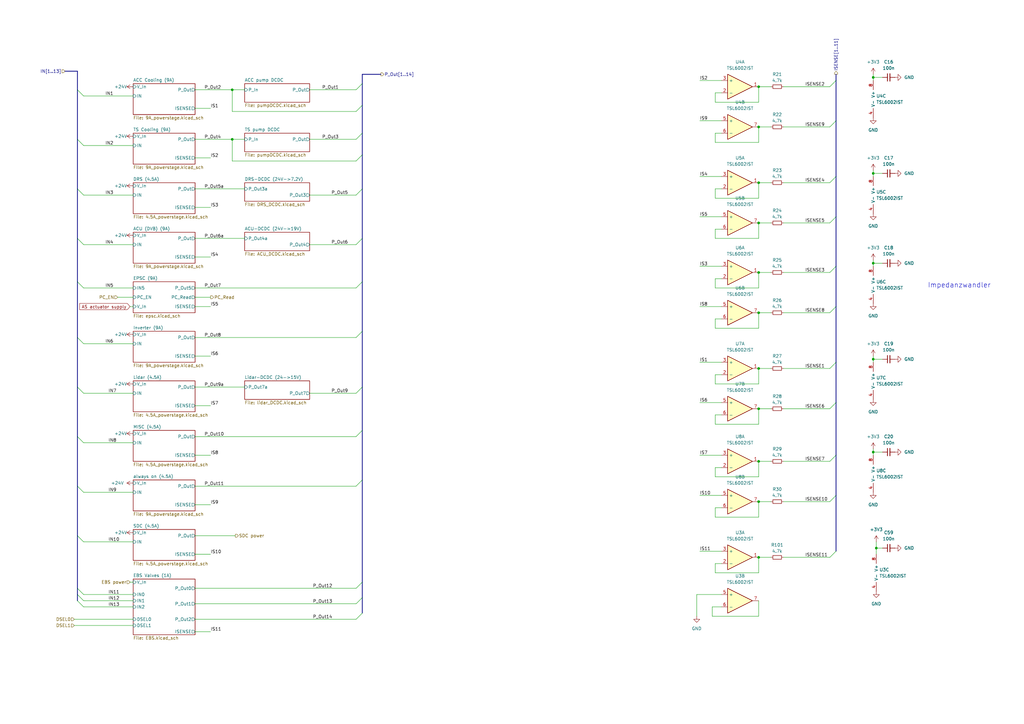
<source format=kicad_sch>
(kicad_sch (version 20231120) (generator "eeschema") (generator_version "8.0")
  (paper "A3")
  (title_block (title "PDU FT25") (date "2025-01-15") (rev "V1.2") (company "Janek Herm") (comment 1 "FaSTTUBe Electronics"))
  (lib_symbols
    (symbol "Device:C_Small" (pin_numbers hide) (pin_names (offset 0.254) hide)
      (property "Reference" "C" (at 0.254 1.778 0))
      (property "Value" "C_Small" (at 0.254 -2.032 0))
      (symbol "C_Small_0_1"
        (polyline (pts (xy -1.524 -0.508) (xy 1.524 -0.508)) (stroke (width 0.3302)))
        (polyline (pts (xy -1.524 0.508) (xy 1.524 0.508)) (stroke (width 0.3048)))
      )
      (symbol "C_Small_1_1"
        (pin passive line (at 0 2.54 270) (length 2.032) (name "~") (number "1"))
        (pin passive line (at 0 -2.54 90) (length 2.032) (name "~") (number "2"))
      )
    )
    (symbol "Device:Opamp_Dual"
      (property "Reference" "U" (at 0 5.08 0))
      (property "Value" "Opamp_Dual" (at 0 -5.08 0))
      (symbol "Opamp_Dual_1_1"
        (polyline (pts (xy -5.08 5.08) (xy 5.08 0) (xy -5.08 -5.08) (xy -5.08 5.08)) (stroke (width 0.254)) (fill (type background)))
        (pin output line (at 7.62 0 180) (length 2.54) (name "~") (number "1"))
        (pin input line (at -7.62 -2.54 0) (length 2.54) (name "-") (number "2"))
        (pin input line (at -7.62 2.54 0) (length 2.54) (name "+") (number "3"))
      )
      (symbol "Opamp_Dual_2_1"
        (polyline (pts (xy -5.08 5.08) (xy 5.08 0) (xy -5.08 -5.08) (xy -5.08 5.08)) (stroke (width 0.254)) (fill (type background)))
        (pin input line (at -7.62 2.54 0) (length 2.54) (name "+") (number "5"))
        (pin input line (at -7.62 -2.54 0) (length 2.54) (name "-") (number "6"))
        (pin output line (at 7.62 0 180) (length 2.54) (name "~") (number "7"))
      )
      (symbol "Opamp_Dual_3_1"
        (pin power_in line (at -2.54 -7.62 90) (length 3.81) (name "V-") (number "4"))
        (pin power_in line (at -2.54 7.62 270) (length 3.81) (name "V+") (number "8"))
      )
    )
    (symbol "Device:R_Small" (pin_numbers hide) (pin_names (offset 0.254) hide)
      (property "Reference" "R" (at 0.762 0.508 0))
      (property "Value" "R_Small" (at 0.762 -1.016 0))
      (symbol "R_Small_0_1"
        (rectangle (start -0.762 1.778) (end 0.762 -1.778) (stroke (width 0.2032)))
      )
      (symbol "R_Small_1_1"
        (pin passive line (at 0 2.54 270) (length 0.762) (name "~") (number "1"))
        (pin passive line (at 0 -2.54 90) (length 0.762) (name "~") (number "2"))
      )
    )
    (symbol "power:+12V" (power) (pin_numbers hide) (pin_names (offset 0) hide)
      (property "Value" "+12V" (at 0 3.556 0))
      (symbol "+12V_0_1"
        (polyline (pts (xy -0.762 1.27) (xy 0 2.54)))
        (polyline (pts (xy 0 0) (xy 0 2.54)))
        (polyline (pts (xy 0 2.54) (xy 0.762 1.27)))
      )
      (symbol "+12V_1_1"
        (pin power_in line (at 0 0 90) (length 0) (name "~") (number "1"))
      )
    )
    (symbol "power:+24V" (power) (pin_numbers hide) (pin_names (offset 0) hide)
      (property "Value" "+24V" (at 0 3.556 0))
      (symbol "+24V_0_1"
        (polyline (pts (xy -0.762 1.27) (xy 0 2.54)))
        (polyline (pts (xy 0 0) (xy 0 2.54)))
        (polyline (pts (xy 0 2.54) (xy 0.762 1.27)))
      )
      (symbol "+24V_1_1"
        (pin power_in line (at 0 0 90) (length 0) (name "~") (number "1"))
      )
    )
    (symbol "power:+3.3V" (power) (pin_numbers hide) (pin_names (offset 0) hide)
      (property "Value" "+3.3V" (at 0 3.556 0))
      (symbol "+3.3V_0_1"
        (polyline (pts (xy -0.762 1.27) (xy 0 2.54)))
        (polyline (pts (xy 0 0) (xy 0 2.54)))
        (polyline (pts (xy 0 2.54) (xy 0.762 1.27)))
      )
      (symbol "+3.3V_1_1"
        (pin power_in line (at 0 0 90) (length 0) (name "~") (number "1"))
      )
    )
    (symbol "power:GND" (power) (pin_numbers hide) (pin_names (offset 0) hide)
      (property "Value" "GND" (at 0 -3.81 0))
      (symbol "GND_0_1"
        (polyline (pts (xy 0 0) (xy 0 -1.27) (xy 1.27 -1.27) (xy 0 -2.54) (xy -1.27 -1.27) (xy 0 -1.27)))
      )
      (symbol "GND_1_1"
        (pin power_in line (at 0 0 270) (length 0) (name "~") (number "1"))
      )
    )
  )
  (junction (at 311.15 111.76))
  (junction (at 358.14 71.12))
  (junction (at 358.14 31.75))
  (junction (at 358.14 185.42))
  (junction (at 311.15 128.27))
  (junction (at 95.25 36.83))
  (junction (at 95.25 57.15))
  (junction (at 311.15 52.07))
  (junction (at 311.15 205.74))
  (junction (at 311.15 228.6))
  (junction (at 359.41 224.79))
  (junction (at 311.15 151.13))
  (junction (at 311.15 91.44))
  (junction (at 311.15 35.56))
  (junction (at 358.14 147.32))
  (junction (at 358.14 107.95))
  (junction (at 311.15 74.93))
  (junction (at 311.15 189.23))
  (junction (at 311.15 167.64))
  (bus_entry (at 340.36 228.6) (size 2.54 -2.54))
  (bus_entry (at 31.75 199.39) (size 2.54 2.54))
  (bus_entry (at 34.29 80.01) (size -2.54 -2.54))
  (bus_entry (at 31.75 219.71) (size 2.54 2.54))
  (bus_entry (at 146.05 254) (size 2.54 -2.54))
  (bus_entry (at 34.29 140.97) (size -2.54 -2.54))
  (bus_entry (at 146.05 247.65) (size 2.54 -2.54))
  (bus_entry (at 340.36 151.13) (size 2.54 -2.54))
  (bus_entry (at 146.05 179.07) (size 2.54 -2.54))
  (bus_entry (at 340.36 189.23) (size 2.54 -2.54))
  (bus_entry (at 146.05 100.33) (size 2.54 -2.54))
  (bus_entry (at 146.05 199.39) (size 2.54 -2.54))
  (bus_entry (at 340.36 111.76) (size 2.54 -2.54))
  (bus_entry (at 340.36 205.74) (size 2.54 -2.54))
  (bus_entry (at 340.36 74.93) (size 2.54 -2.54))
  (bus_entry (at 34.29 118.11) (size -2.54 -2.54))
  (bus_entry (at 146.05 118.11) (size 2.54 -2.54))
  (bus_entry (at 340.36 52.07) (size 2.54 -2.54))
  (bus_entry (at 34.29 100.33) (size -2.54 -2.54))
  (bus_entry (at 146.05 57.15) (size 2.54 -2.54))
  (bus_entry (at 146.05 161.29) (size 2.54 -2.54))
  (bus_entry (at 146.05 66.04) (size 2.54 -2.54))
  (bus_entry (at 146.05 241.3) (size 2.54 -2.54))
  (bus_entry (at 340.36 167.64) (size 2.54 -2.54))
  (bus_entry (at 31.75 179.07) (size 2.54 2.54))
  (bus_entry (at 34.29 39.37) (size -2.54 -2.54))
  (bus_entry (at 146.05 80.01) (size 2.54 -2.54))
  (bus_entry (at 340.36 91.44) (size 2.54 -2.54))
  (bus_entry (at 31.75 243.84) (size 2.54 2.54))
  (bus_entry (at 31.75 246.38) (size 2.54 2.54))
  (bus_entry (at 31.75 241.3) (size 2.54 2.54))
  (bus_entry (at 146.05 45.72) (size 2.54 -2.54))
  (bus_entry (at 340.36 128.27) (size 2.54 -2.54))
  (bus_entry (at 340.36 35.56) (size 2.54 -2.54))
  (bus_entry (at 34.29 59.69) (size -2.54 -2.54))
  (bus_entry (at 146.05 138.43) (size 2.54 -2.54))
  (bus_entry (at 146.05 36.83) (size 2.54 -2.54))
  (bus_entry (at 31.75 158.75) (size 2.54 2.54))
  (wire (pts (xy 293.37 130.81) (xy 293.37 134.62)))
  (bus (pts (xy 342.9 88.9) (xy 342.9 109.22)))
  (wire (pts (xy 311.15 189.23) (xy 311.15 195.58)))
  (bus (pts (xy 342.9 125.73) (xy 342.9 148.59)))
  (wire (pts (xy 321.31 52.07) (xy 340.36 52.07)))
  (wire (pts (xy 311.15 151.13) (xy 311.15 157.48)))
  (wire (pts (xy 34.29 100.33) (xy 54.61 100.33)))
  (wire (pts (xy 311.15 234.95) (xy 311.15 228.6)))
  (wire (pts (xy 321.31 205.74) (xy 340.36 205.74)))
  (bus (pts (xy 342.9 148.59) (xy 342.9 165.1)))
  (bus (pts (xy 31.75 243.84) (xy 31.75 246.38)))
  (wire (pts (xy 358.14 30.48) (xy 358.14 31.75)))
  (wire (pts (xy 311.15 205.74) (xy 311.15 212.09)))
  (wire (pts (xy 359.41 224.79) (xy 361.95 224.79)))
  (wire (pts (xy 295.91 248.92) (xy 292.1 248.92)))
  (wire (pts (xy 311.15 128.27) (xy 311.15 134.62)))
  (wire (pts (xy 293.37 81.28) (xy 311.15 81.28)))
  (bus (pts (xy 31.75 241.3) (xy 31.75 243.84)))
  (wire (pts (xy 293.37 54.61) (xy 293.37 58.42)))
  (wire (pts (xy 311.15 74.93) (xy 316.23 74.93)))
  (wire (pts (xy 287.02 33.02) (xy 295.91 33.02)))
  (wire (pts (xy 287.02 226.06) (xy 295.91 226.06)))
  (wire (pts (xy 311.15 189.23) (xy 316.23 189.23)))
  (wire (pts (xy 95.25 45.72) (xy 146.05 45.72)))
  (wire (pts (xy 95.25 36.83) (xy 100.33 36.83)))
  (wire (pts (xy 293.37 195.58) (xy 311.15 195.58)))
  (wire (pts (xy 80.01 146.05) (xy 86.36 146.05)))
  (bus (pts (xy 148.59 63.5) (xy 148.59 77.47)))
  (wire (pts (xy 295.91 231.14) (xy 293.37 231.14)))
  (wire (pts (xy 292.1 248.92) (xy 292.1 252.73)))
  (wire (pts (xy 53.34 238.76) (xy 54.61 238.76)))
  (wire (pts (xy 34.29 80.01) (xy 54.61 80.01)))
  (wire (pts (xy 295.91 114.3) (xy 293.37 114.3)))
  (wire (pts (xy 285.75 243.84) (xy 295.91 243.84)))
  (wire (pts (xy 295.91 191.77) (xy 293.37 191.77)))
  (wire (pts (xy 311.15 35.56) (xy 316.23 35.56)))
  (wire (pts (xy 295.91 130.81) (xy 293.37 130.81)))
  (wire (pts (xy 295.91 54.61) (xy 293.37 54.61)))
  (wire (pts (xy 311.15 111.76) (xy 316.23 111.76)))
  (bus (pts (xy 148.59 238.76) (xy 148.59 245.11)))
  (wire (pts (xy 295.91 170.18) (xy 293.37 170.18)))
  (wire (pts (xy 287.02 148.59) (xy 295.91 148.59)))
  (bus (pts (xy 156.21 30.48) (xy 148.59 30.48)))
  (wire (pts (xy 358.14 107.95) (xy 361.95 107.95)))
  (wire (pts (xy 295.91 208.28) (xy 293.37 208.28)))
  (wire (pts (xy 358.14 69.85) (xy 358.14 71.12)))
  (wire (pts (xy 293.37 212.09) (xy 311.15 212.09)))
  (wire (pts (xy 30.48 254) (xy 54.61 254)))
  (wire (pts (xy 80.01 77.47) (xy 100.33 77.47)))
  (bus (pts (xy 342.9 72.39) (xy 342.9 88.9)))
  (wire (pts (xy 80.01 44.45) (xy 86.36 44.45)))
  (bus (pts (xy 148.59 158.75) (xy 148.59 176.53)))
  (wire (pts (xy 321.31 151.13) (xy 340.36 151.13)))
  (wire (pts (xy 358.14 185.42) (xy 358.14 186.69)))
  (wire (pts (xy 321.31 228.6) (xy 340.36 228.6)))
  (wire (pts (xy 127 57.15) (xy 146.05 57.15)))
  (wire (pts (xy 80.01 179.07) (xy 146.05 179.07)))
  (wire (pts (xy 287.02 125.73) (xy 295.91 125.73)))
  (wire (pts (xy 287.02 109.22) (xy 295.91 109.22)))
  (wire (pts (xy 358.14 71.12) (xy 361.95 71.12)))
  (wire (pts (xy 80.01 138.43) (xy 146.05 138.43)))
  (bus (pts (xy 342.9 109.22) (xy 342.9 125.73)))
  (wire (pts (xy 311.15 167.64) (xy 316.23 167.64)))
  (wire (pts (xy 311.15 52.07) (xy 311.15 58.42)))
  (wire (pts (xy 358.14 31.75) (xy 361.95 31.75)))
  (wire (pts (xy 34.29 243.84) (xy 54.61 243.84)))
  (bus (pts (xy 31.75 57.15) (xy 31.75 77.47)))
  (bus (pts (xy 31.75 29.21) (xy 31.75 36.83)))
  (wire (pts (xy 321.31 128.27) (xy 340.36 128.27)))
  (bus (pts (xy 148.59 196.85) (xy 148.59 238.76)))
  (wire (pts (xy 287.02 72.39) (xy 295.91 72.39)))
  (wire (pts (xy 311.15 52.07) (xy 316.23 52.07)))
  (wire (pts (xy 80.01 105.41) (xy 86.36 105.41)))
  (wire (pts (xy 359.41 222.25) (xy 359.41 224.79)))
  (wire (pts (xy 293.37 157.48) (xy 311.15 157.48)))
  (wire (pts (xy 311.15 205.74) (xy 316.23 205.74)))
  (wire (pts (xy 80.01 125.73) (xy 86.36 125.73)))
  (wire (pts (xy 293.37 97.79) (xy 311.15 97.79)))
  (wire (pts (xy 80.01 158.75) (xy 100.33 158.75)))
  (wire (pts (xy 295.91 93.98) (xy 293.37 93.98)))
  (bus (pts (xy 31.75 179.07) (xy 31.75 199.39)))
  (wire (pts (xy 80.01 207.01) (xy 86.36 207.01)))
  (bus (pts (xy 26.67 29.21) (xy 31.75 29.21)))
  (wire (pts (xy 287.02 186.69) (xy 295.91 186.69)))
  (wire (pts (xy 293.37 58.42) (xy 311.15 58.42)))
  (bus (pts (xy 31.75 97.79) (xy 31.75 115.57)))
  (wire (pts (xy 293.37 234.95) (xy 311.15 234.95)))
  (bus (pts (xy 148.59 176.53) (xy 148.59 196.85)))
  (wire (pts (xy 34.29 59.69) (xy 54.61 59.69)))
  (bus (pts (xy 342.9 186.69) (xy 342.9 203.2)))
  (wire (pts (xy 358.14 147.32) (xy 358.14 148.59)))
  (wire (pts (xy 295.91 153.67) (xy 293.37 153.67)))
  (bus (pts (xy 31.75 219.71) (xy 31.75 241.3)))
  (wire (pts (xy 292.1 252.73) (xy 311.15 252.73)))
  (wire (pts (xy 321.31 91.44) (xy 340.36 91.44)))
  (wire (pts (xy 285.75 243.84) (xy 285.75 252.73)))
  (bus (pts (xy 148.59 245.11) (xy 148.59 251.46)))
  (wire (pts (xy 80.01 247.65) (xy 146.05 247.65)))
  (wire (pts (xy 293.37 153.67) (xy 293.37 157.48)))
  (wire (pts (xy 34.29 39.37) (xy 54.61 39.37)))
  (wire (pts (xy 293.37 38.1) (xy 293.37 41.91)))
  (wire (pts (xy 34.29 222.25) (xy 54.61 222.25)))
  (wire (pts (xy 293.37 208.28) (xy 293.37 212.09)))
  (wire (pts (xy 80.01 64.77) (xy 86.36 64.77)))
  (wire (pts (xy 95.25 57.15) (xy 95.25 66.04)))
  (bus (pts (xy 342.9 165.1) (xy 342.9 186.69)))
  (wire (pts (xy 80.01 254) (xy 146.05 254)))
  (wire (pts (xy 34.29 118.11) (xy 54.61 118.11)))
  (wire (pts (xy 30.48 256.54) (xy 54.61 256.54)))
  (wire (pts (xy 311.15 252.73) (xy 311.15 246.38)))
  (wire (pts (xy 358.14 184.15) (xy 358.14 185.42)))
  (wire (pts (xy 321.31 74.93) (xy 340.36 74.93)))
  (wire (pts (xy 358.14 71.12) (xy 358.14 72.39)))
  (wire (pts (xy 293.37 134.62) (xy 311.15 134.62)))
  (bus (pts (xy 148.59 43.18) (xy 148.59 54.61)))
  (wire (pts (xy 287.02 165.1) (xy 295.91 165.1)))
  (bus (pts (xy 148.59 77.47) (xy 148.59 97.79)))
  (wire (pts (xy 311.15 111.76) (xy 311.15 118.11)))
  (wire (pts (xy 321.31 111.76) (xy 340.36 111.76)))
  (wire (pts (xy 287.02 49.53) (xy 295.91 49.53)))
  (wire (pts (xy 80.01 121.92) (xy 86.36 121.92)))
  (wire (pts (xy 80.01 118.11) (xy 146.05 118.11)))
  (bus (pts (xy 31.75 158.75) (xy 31.75 179.07)))
  (wire (pts (xy 295.91 77.47) (xy 293.37 77.47)))
  (wire (pts (xy 293.37 170.18) (xy 293.37 173.99)))
  (bus (pts (xy 342.9 33.02) (xy 342.9 49.53)))
  (wire (pts (xy 80.01 219.71) (xy 96.52 219.71)))
  (wire (pts (xy 127 100.33) (xy 146.05 100.33)))
  (bus (pts (xy 31.75 36.83) (xy 31.75 57.15)))
  (wire (pts (xy 95.25 66.04) (xy 146.05 66.04)))
  (wire (pts (xy 34.29 181.61) (xy 54.61 181.61)))
  (wire (pts (xy 293.37 41.91) (xy 311.15 41.91)))
  (wire (pts (xy 293.37 118.11) (xy 311.15 118.11)))
  (wire (pts (xy 34.29 246.38) (xy 54.61 246.38)))
  (bus (pts (xy 342.9 203.2) (xy 342.9 226.06)))
  (wire (pts (xy 293.37 231.14) (xy 293.37 234.95)))
  (wire (pts (xy 358.14 185.42) (xy 361.95 185.42)))
  (bus (pts (xy 148.59 135.89) (xy 148.59 158.75)))
  (wire (pts (xy 53.34 125.73) (xy 54.61 125.73)))
  (wire (pts (xy 311.15 74.93) (xy 311.15 81.28)))
  (wire (pts (xy 80.01 36.83) (xy 95.25 36.83)))
  (wire (pts (xy 95.25 57.15) (xy 100.33 57.15)))
  (wire (pts (xy 293.37 93.98) (xy 293.37 97.79)))
  (wire (pts (xy 295.91 38.1) (xy 293.37 38.1)))
  (bus (pts (xy 148.59 34.29) (xy 148.59 43.18)))
  (wire (pts (xy 54.61 201.93) (xy 34.29 201.93)))
  (wire (pts (xy 358.14 147.32) (xy 361.95 147.32)))
  (wire (pts (xy 293.37 173.99) (xy 311.15 173.99)))
  (wire (pts (xy 127 80.01) (xy 146.05 80.01)))
  (wire (pts (xy 80.01 199.39) (xy 146.05 199.39)))
  (wire (pts (xy 80.01 57.15) (xy 95.25 57.15)))
  (bus (pts (xy 31.75 77.47) (xy 31.75 97.79)))
  (wire (pts (xy 293.37 191.77) (xy 293.37 195.58)))
  (bus (pts (xy 342.9 49.53) (xy 342.9 72.39)))
  (bus (pts (xy 148.59 97.79) (xy 148.59 115.57)))
  (bus (pts (xy 148.59 30.48) (xy 148.59 34.29)))
  (wire (pts (xy 80.01 186.69) (xy 86.36 186.69)))
  (wire (pts (xy 287.02 203.2) (xy 295.91 203.2)))
  (bus (pts (xy 148.59 115.57) (xy 148.59 135.89)))
  (wire (pts (xy 321.31 35.56) (xy 340.36 35.56)))
  (wire (pts (xy 358.14 146.05) (xy 358.14 147.32)))
  (wire (pts (xy 80.01 241.3) (xy 146.05 241.3)))
  (wire (pts (xy 80.01 259.08) (xy 86.36 259.08)))
  (bus (pts (xy 31.75 199.39) (xy 31.75 219.71)))
  (bus (pts (xy 31.75 138.43) (xy 31.75 158.75)))
  (wire (pts (xy 311.15 91.44) (xy 311.15 97.79)))
  (wire (pts (xy 80.01 166.37) (xy 86.36 166.37)))
  (wire (pts (xy 311.15 167.64) (xy 311.15 173.99)))
  (wire (pts (xy 358.14 31.75) (xy 358.14 33.02)))
  (wire (pts (xy 311.15 91.44) (xy 316.23 91.44)))
  (wire (pts (xy 34.29 140.97) (xy 54.61 140.97)))
  (wire (pts (xy 321.31 189.23) (xy 340.36 189.23)))
  (wire (pts (xy 359.41 224.79) (xy 359.41 227.33)))
  (wire (pts (xy 358.14 106.68) (xy 358.14 107.95)))
  (wire (pts (xy 95.25 36.83) (xy 95.25 45.72)))
  (wire (pts (xy 311.15 35.56) (xy 311.15 41.91)))
  (wire (pts (xy 293.37 77.47) (xy 293.37 81.28)))
  (wire (pts (xy 80.01 227.33) (xy 86.36 227.33)))
  (wire (pts (xy 287.02 88.9) (xy 295.91 88.9)))
  (bus (pts (xy 31.75 115.57) (xy 31.75 138.43)))
  (wire (pts (xy 311.15 151.13) (xy 316.23 151.13)))
  (wire (pts (xy 34.29 161.29) (xy 54.61 161.29)))
  (wire (pts (xy 358.14 107.95) (xy 358.14 109.22)))
  (wire (pts (xy 34.29 248.92) (xy 54.61 248.92)))
  (wire (pts (xy 321.31 167.64) (xy 340.36 167.64)))
  (wire (pts (xy 80.01 85.09) (xy 86.36 85.09)))
  (wire (pts (xy 80.01 97.79) (xy 100.33 97.79)))
  (bus (pts (xy 148.59 54.61) (xy 148.59 63.5)))
  (wire (pts (xy 311.15 128.27) (xy 316.23 128.27)))
  (wire (pts (xy 127 161.29) (xy 146.05 161.29)))
  (wire (pts (xy 293.37 114.3) (xy 293.37 118.11)))
  (wire (pts (xy 48.26 121.92) (xy 54.61 121.92)))
  (wire (pts (xy 311.15 228.6) (xy 316.23 228.6)))
  (wire (pts (xy 127 36.83) (xy 146.05 36.83)))
  (bus (pts (xy 342.9 30.48) (xy 342.9 33.02)))
  (text "Impedanzwandler" (at 393.446 117.094 0) (effects (font (size 2 2))))
  (label "P_Out10" (at 83.82 179.07 0))
  (label "ISENSE10" (at 330.2 205.74 0))
  (label "IS2" (at 86.36 64.77 0))
  (label "IN2" (at 43.18 59.69 0))
  (label "IS6" (at 86.36 146.05 0))
  (label "P_Out7" (at 83.82 118.11 0))
  (label "IS10" (at 287.02 203.2 0))
  (label "P_Out14" (at 128.27 254 0))
  (label "IS1" (at 86.36 44.45 0))
  (label "ISENSE9" (at 330.2 52.07 0))
  (label "IS7" (at 86.36 166.37 0))
  (label "P_Out2" (at 83.82 36.83 0))
  (label "IN4" (at 43.18 100.33 0))
  (label "IN10" (at 44.45 222.25 0))
  (label "IS5" (at 86.36 125.73 0))
  (label "P_Out4" (at 83.82 57.15 0))
  (label "IS9" (at 287.02 49.53 0))
  (label "IS7" (at 287.02 186.69 0))
  (label "P_Out9a" (at 83.82 158.75 0))
  (label "IN8" (at 44.45 181.61 0))
  (label "IS1" (at 287.02 148.59 0))
  (label "IN13" (at 44.45 248.92 0))
  (label "IS8" (at 86.36 186.69 0))
  (label "IS2" (at 287.02 33.02 0))
  (label "IS3" (at 287.02 109.22 0))
  (label "P_Out5" (at 135.89 80.01 0))
  (label "IS11" (at 287.02 226.06 0))
  (label "ISENSE4" (at 330.2 74.93 0))
  (label "IN6" (at 43.18 140.97 0))
  (label "IS5" (at 287.02 88.9 0))
  (label "IS8" (at 287.02 125.73 0))
  (label "P_Out1" (at 132.08 36.83 0))
  (label "P_Out5a" (at 83.82 77.47 0))
  (label "P_Out8" (at 83.82 138.43 0))
  (label "IS10" (at 86.36 227.33 0))
  (label "P_Out3" (at 132.08 57.15 0))
  (label "IN9" (at 44.45 201.93 0))
  (label "IN3" (at 43.18 80.01 0))
  (label "IS6" (at 287.02 165.1 0))
  (label "IS4" (at 86.36 105.41 0))
  (label "P_Out9" (at 135.89 161.29 0))
  (label "ISENSE3" (at 330.2 111.76 0))
  (label "ISENSE11" (at 330.2 228.6 0))
  (label "IN12" (at 44.45 246.38 0))
  (label "P_Out13" (at 128.27 247.65 0))
  (label "P_Out6" (at 135.89 100.33 0))
  (label "IS4" (at 287.02 72.39 0))
  (label "P_Out11" (at 83.82 199.39 0))
  (label "IS9" (at 86.36 207.01 0))
  (label "IN7" (at 44.45 161.29 0))
  (label "ISENSE2" (at 330.2 35.56 0))
  (label "P_Out12" (at 128.27 241.3 0))
  (label "IS3" (at 86.36 85.09 0))
  (label "IN1" (at 43.18 39.37 0))
  (label "ISENSE8" (at 330.2 128.27 0))
  (label "ISENSE1" (at 330.2 151.13 0))
  (label "P_Out6a" (at 83.82 97.79 0))
  (label "ISENSE7" (at 330.2 189.23 0))
  (label "IN5" (at 43.18 118.11 0))
  (label "IS11" (at 86.36 259.08 0))
  (label "IN11" (at 44.45 243.84 0))
  (label "ISENSE5" (at 330.2 91.44 0))
  (label "ISENSE6" (at 330.2 167.64 0))
  (global_label "AS actuator supply" (shape input) (at 53.34 125.73 180) (property "Intersheetrefs" "${INTERSHEET_REFS}" (effects (hide yes))))
  (hierarchical_label "PC_EN" (shape input) (at 48.26 121.92 180))
  (hierarchical_label "ISENSE[1..11]" (shape output) (at 342.9 30.48 90))
  (hierarchical_label "PC_Read" (shape output) (at 86.36 121.92 0))
  (hierarchical_label "DSEL0" (shape input) (at 30.48 254 180))
  (hierarchical_label "DSEL1" (shape input) (at 30.48 256.54 180))
  (hierarchical_label "P_Out[1..14]" (shape output) (at 156.21 30.48 0))
  (hierarchical_label "IN[1..13]" (shape input) (at 26.67 29.21 180))
  (hierarchical_label "SDC power" (shape output) (at 96.52 219.71 0))
  (hierarchical_label "EBS power" (shape input) (at 53.34 238.76 180) (effects (font (thickness 0.1588))))
  (symbol (lib_id "power:GND") (at 367.03 147.32 90) (unit 1)
    (property "Reference" "#PWR061" (effects (hide yes)))
    (property "Value" "GND" (at 370.84 147.3199 90) (effects (justify right)))
    (property "Description" "Power symbol creates a global label with name \"GND\" , ground" (effects (hide yes)))
  )
  (symbol (lib_id "Device:C_Small") (at 364.49 224.79 90) (unit 1)
    (property "Reference" "C59" (at 364.4963 218.44 90))
    (property "Value" "100n" (at 364.4963 220.98 90))
    (property "Footprint" "Capacitor_SMD:C_0603_1608Metric" (effects (hide yes)))
    (property "Description" "Unpolarized capacitor, small symbol" (effects (hide yes)))
  )
  (symbol (lib_id "power:+12V") (at 54.61 76.2 90) (unit 1)
    (property "Reference" "#PWR053" (effects (hide yes)))
    (property "Value" "+24V" (at 49.53 76.2 90))
    (property "Description" "Power symbol creates a global label with name \"+12V\"" (effects (hide yes)))
  )
  (symbol (lib_id "Device:Opamp_Dual") (at 360.68 194.31 0) (unit 3)
    (property "Reference" "U8" (at 359.41 193.0399 0) (effects (justify left)))
    (property "Value" "TSL6002IST" (at 359.41 195.5799 0) (effects (justify left)))
    (property "Footprint" "TSL6002IST:SOP65P490X110-8N" (effects (hide yes)))
    (property "Datasheet" "https://www.st.com/resource/en/datasheet/tsl6001.pdf" (effects (hide yes)))
    (property "Description" "Dual operational amplifier" (effects (hide yes)))
    (property "Sim.Library" "${KICAD7_SYMBOL_DIR}/Simulation_SPICE.sp" (effects (hide yes)))
    (property "Sim.Name" "kicad_builtin_opamp_dual" (effects (hide yes)))
    (property "Sim.Device" "SUBCKT" (effects (hide yes)))
    (property "Sim.Pins" "1=out1 2=in1- 3=in1+ 4=vee 5=in2+ 6=in2- 7=out2 8=vcc" (effects (hide yes)))
  )
  (symbol (lib_id "Device:R_Small") (at 318.77 128.27 90) (unit 1)
    (property "Reference" "R26" (at 318.77 123.19 90))
    (property "Value" "4.7k" (at 318.77 125.73 90))
    (property "Footprint" "Resistor_SMD:R_0603_1608Metric" (effects (hide yes)))
    (property "Description" "Resistor, small symbol" (effects (hide yes)))
  )
  (symbol (lib_id "Device:C_Small") (at 364.49 31.75 90) (unit 1)
    (property "Reference" "C16" (at 364.4963 25.4 90))
    (property "Value" "100n" (at 364.4963 27.94 90))
    (property "Footprint" "Capacitor_SMD:C_0603_1608Metric" (effects (hide yes)))
    (property "Description" "Unpolarized capacitor, small symbol" (effects (hide yes)))
  )
  (symbol (lib_id "power:+24V") (at 54.61 198.12 90) (unit 1)
    (property "Reference" "#PWR067" (effects (hide yes)))
    (property "Value" "+24V" (at 50.8 198.1199 90) (effects (justify left)))
    (property "Description" "Power symbol creates a global label with name \"+24V\"" (effects (hide yes)))
  )
  (symbol (lib_id "power:+3.3V") (at 358.14 184.15 0) (unit 1)
    (property "Reference" "#PWR065" (effects (hide yes)))
    (property "Value" "+3V3" (at 358.14 179.07 0))
    (property "Description" "Power symbol creates a global label with name \"+3.3V\"" (effects (hide yes)))
  )
  (symbol (lib_id "power:GND") (at 358.14 48.26 0) (unit 1)
    (property "Reference" "#PWR049" (effects (hide yes)))
    (property "Value" "GND" (at 358.14 53.34 0))
    (property "Description" "Power symbol creates a global label with name \"GND\" , ground" (effects (hide yes)))
  )
  (symbol (lib_id "Device:Opamp_Dual") (at 361.95 234.95 0) (unit 3)
    (property "Reference" "U3" (at 360.68 233.6799 0) (effects (justify left)))
    (property "Value" "TSL6002IST" (at 360.68 236.2199 0) (effects (justify left)))
    (property "Footprint" "TSL6002IST:SOP65P490X110-8N" (effects (hide yes)))
    (property "Datasheet" "https://www.st.com/resource/en/datasheet/tsl6001.pdf" (effects (hide yes)))
    (property "Description" "Dual operational amplifier" (effects (hide yes)))
    (property "Sim.Library" "${KICAD7_SYMBOL_DIR}/Simulation_SPICE.sp" (effects (hide yes)))
    (property "Sim.Name" "kicad_builtin_opamp_dual" (effects (hide yes)))
    (property "Sim.Device" "SUBCKT" (effects (hide yes)))
    (property "Sim.Pins" "1=out1 2=in1- 3=in1+ 4=vee 5=in2+ 6=in2- 7=out2 8=vcc" (effects (hide yes)))
  )
  (symbol (lib_id "Device:Opamp_Dual") (at 303.53 91.44 0) (unit 2)
    (property "Reference" "U5" (at 303.53 81.28 0))
    (property "Value" "TSL6002IST" (at 303.53 83.82 0))
    (property "Footprint" "TSL6002IST:SOP65P490X110-8N" (effects (hide yes)))
    (property "Datasheet" "https://www.st.com/resource/en/datasheet/tsl6001.pdf" (effects (hide yes)))
    (property "Description" "Dual operational amplifier" (effects (hide yes)))
    (property "Sim.Library" "${KICAD7_SYMBOL_DIR}/Simulation_SPICE.sp" (effects (hide yes)))
    (property "Sim.Name" "kicad_builtin_opamp_dual" (effects (hide yes)))
    (property "Sim.Device" "SUBCKT" (effects (hide yes)))
    (property "Sim.Pins" "1=out1 2=in1- 3=in1+ 4=vee 5=in2+ 6=in2- 7=out2 8=vcc" (effects (hide yes)))
  )
  (symbol (lib_id "power:+3.3V") (at 358.14 69.85 0) (unit 1)
    (property "Reference" "#PWR051" (effects (hide yes)))
    (property "Value" "+3V3" (at 358.14 64.77 0))
    (property "Description" "Power symbol creates a global label with name \"+3.3V\"" (effects (hide yes)))
  )
  (symbol (lib_id "Device:Opamp_Dual") (at 360.68 80.01 0) (unit 3)
    (property "Reference" "U5" (at 359.41 78.7399 0) (effects (justify left)))
    (property "Value" "TSL6002IST" (at 359.41 81.2799 0) (effects (justify left)))
    (property "Footprint" "TSL6002IST:SOP65P490X110-8N" (effects (hide yes)))
    (property "Datasheet" "https://www.st.com/resource/en/datasheet/tsl6001.pdf" (effects (hide yes)))
    (property "Description" "Dual operational amplifier" (effects (hide yes)))
    (property "Sim.Library" "${KICAD7_SYMBOL_DIR}/Simulation_SPICE.sp" (effects (hide yes)))
    (property "Sim.Name" "kicad_builtin_opamp_dual" (effects (hide yes)))
    (property "Sim.Device" "SUBCKT" (effects (hide yes)))
    (property "Sim.Pins" "1=out1 2=in1- 3=in1+ 4=vee 5=in2+ 6=in2- 7=out2 8=vcc" (effects (hide yes)))
  )
  (symbol (lib_id "Device:C_Small") (at 364.49 185.42 90) (unit 1)
    (property "Reference" "C20" (at 364.4963 179.07 90))
    (property "Value" "100n" (at 364.4963 181.61 90))
    (property "Footprint" "Capacitor_SMD:C_0603_1608Metric" (effects (hide yes)))
    (property "Description" "Unpolarized capacitor, small symbol" (effects (hide yes)))
  )
  (symbol (lib_id "Device:R_Small") (at 318.77 111.76 90) (unit 1)
    (property "Reference" "R25" (at 318.77 106.68 90))
    (property "Value" "4.7k" (at 318.77 109.22 90))
    (property "Footprint" "Resistor_SMD:R_0603_1608Metric" (effects (hide yes)))
    (property "Description" "Resistor, small symbol" (effects (hide yes)))
  )
  (symbol (lib_id "Device:R_Small") (at 318.77 74.93 90) (unit 1)
    (property "Reference" "R23" (at 318.77 69.85 90))
    (property "Value" "4.7k" (at 318.77 72.39 90))
    (property "Footprint" "Resistor_SMD:R_0603_1608Metric" (effects (hide yes)))
    (property "Description" "Resistor, small symbol" (effects (hide yes)))
  )
  (symbol (lib_id "Device:Opamp_Dual") (at 303.53 35.56 0) (unit 1)
    (property "Reference" "U4" (at 303.53 25.4 0))
    (property "Value" "TSL6002IST" (at 303.53 27.94 0))
    (property "Footprint" "TSL6002IST:SOP65P490X110-8N" (effects (hide yes)))
    (property "Datasheet" "https://www.st.com/resource/en/datasheet/tsl6001.pdf" (effects (hide yes)))
    (property "Description" "Dual operational amplifier" (effects (hide yes)))
    (property "Sim.Library" "${KICAD7_SYMBOL_DIR}/Simulation_SPICE.sp" (effects (hide yes)))
    (property "Sim.Name" "kicad_builtin_opamp_dual" (effects (hide yes)))
    (property "Sim.Device" "SUBCKT" (effects (hide yes)))
    (property "Sim.Pins" "1=out1 2=in1- 3=in1+ 4=vee 5=in2+ 6=in2- 7=out2 8=vcc" (effects (hide yes)))
  )
  (symbol (lib_id "power:+12V") (at 54.61 137.16 90) (unit 1)
    (property "Reference" "#PWR059" (effects (hide yes)))
    (property "Value" "+24V" (at 49.53 137.16 90))
    (property "Description" "Power symbol creates a global label with name \"+12V\"" (effects (hide yes)))
  )
  (symbol (lib_id "Device:Opamp_Dual") (at 303.53 151.13 0) (unit 1)
    (property "Reference" "U7" (at 303.53 140.97 0))
    (property "Value" "TSL6002IST" (at 303.53 143.51 0))
    (property "Footprint" "TSL6002IST:SOP65P490X110-8N" (effects (hide yes)))
    (property "Datasheet" "https://www.st.com/resource/en/datasheet/tsl6001.pdf" (effects (hide yes)))
    (property "Description" "Dual operational amplifier" (effects (hide yes)))
    (property "Sim.Library" "${KICAD7_SYMBOL_DIR}/Simulation_SPICE.sp" (effects (hide yes)))
    (property "Sim.Name" "kicad_builtin_opamp_dual" (effects (hide yes)))
    (property "Sim.Device" "SUBCKT" (effects (hide yes)))
    (property "Sim.Pins" "1=out1 2=in1- 3=in1+ 4=vee 5=in2+ 6=in2- 7=out2 8=vcc" (effects (hide yes)))
  )
  (symbol (lib_id "Device:R_Small") (at 318.77 189.23 90) (unit 1)
    (property "Reference" "R29" (at 318.77 184.15 90))
    (property "Value" "4.7k" (at 318.77 186.69 90))
    (property "Footprint" "Resistor_SMD:R_0603_1608Metric" (effects (hide yes)))
    (property "Description" "Resistor, small symbol" (effects (hide yes)))
  )
  (symbol (lib_id "Device:Opamp_Dual") (at 360.68 156.21 0) (unit 3)
    (property "Reference" "U7" (at 359.41 154.9399 0) (effects (justify left)))
    (property "Value" "TSL6002IST" (at 359.41 157.4799 0) (effects (justify left)))
    (property "Footprint" "TSL6002IST:SOP65P490X110-8N" (effects (hide yes)))
    (property "Datasheet" "https://www.st.com/resource/en/datasheet/tsl6001.pdf" (effects (hide yes)))
    (property "Description" "Dual operational amplifier" (effects (hide yes)))
    (property "Sim.Library" "${KICAD7_SYMBOL_DIR}/Simulation_SPICE.sp" (effects (hide yes)))
    (property "Sim.Name" "kicad_builtin_opamp_dual" (effects (hide yes)))
    (property "Sim.Device" "SUBCKT" (effects (hide yes)))
    (property "Sim.Pins" "1=out1 2=in1- 3=in1+ 4=vee 5=in2+ 6=in2- 7=out2 8=vcc" (effects (hide yes)))
  )
  (symbol (lib_id "power:+12V") (at 54.61 35.56 90) (unit 1)
    (property "Reference" "#PWR048" (effects (hide yes)))
    (property "Value" "+24V" (at 49.53 35.56 90))
    (property "Description" "Power symbol creates a global label with name \"+12V\"" (effects (hide yes)))
  )
  (symbol (lib_id "power:+12V") (at 54.61 55.88 90) (unit 1)
    (property "Reference" "#PWR050" (effects (hide yes)))
    (property "Value" "+24V" (at 49.53 55.88 90))
    (property "Description" "Power symbol creates a global label with name \"+12V\"" (effects (hide yes)))
  )
  (symbol (lib_id "Device:Opamp_Dual") (at 303.53 111.76 0) (unit 1)
    (property "Reference" "U6" (at 303.53 101.6 0))
    (property "Value" "TSL6002IST" (at 303.53 104.14 0))
    (property "Footprint" "TSL6002IST:SOP65P490X110-8N" (effects (hide yes)))
    (property "Datasheet" "https://www.st.com/resource/en/datasheet/tsl6001.pdf" (effects (hide yes)))
    (property "Description" "Dual operational amplifier" (effects (hide yes)))
    (property "Sim.Library" "${KICAD7_SYMBOL_DIR}/Simulation_SPICE.sp" (effects (hide yes)))
    (property "Sim.Name" "kicad_builtin_opamp_dual" (effects (hide yes)))
    (property "Sim.Device" "SUBCKT" (effects (hide yes)))
    (property "Sim.Pins" "1=out1 2=in1- 3=in1+ 4=vee 5=in2+ 6=in2- 7=out2 8=vcc" (effects (hide yes)))
  )
  (symbol (lib_id "power:+3.3V") (at 358.14 30.48 0) (unit 1)
    (property "Reference" "#PWR046" (effects (hide yes)))
    (property "Value" "+3V3" (at 358.14 25.4 0))
    (property "Description" "Power symbol creates a global label with name \"+3.3V\"" (effects (hide yes)))
  )
  (symbol (lib_id "Device:Opamp_Dual") (at 360.68 40.64 0) (unit 3)
    (property "Reference" "U4" (at 359.41 39.3699 0) (effects (justify left)))
    (property "Value" "TSL6002IST" (at 359.41 41.9099 0) (effects (justify left)))
    (property "Footprint" "TSL6002IST:SOP65P490X110-8N" (effects (hide yes)))
    (property "Datasheet" "https://www.st.com/resource/en/datasheet/tsl6001.pdf" (effects (hide yes)))
    (property "Description" "Dual operational amplifier" (effects (hide yes)))
    (property "Sim.Library" "${KICAD7_SYMBOL_DIR}/Simulation_SPICE.sp" (effects (hide yes)))
    (property "Sim.Name" "kicad_builtin_opamp_dual" (effects (hide yes)))
    (property "Sim.Device" "SUBCKT" (effects (hide yes)))
    (property "Sim.Pins" "1=out1 2=in1- 3=in1+ 4=vee 5=in2+ 6=in2- 7=out2 8=vcc" (effects (hide yes)))
  )
  (symbol (lib_id "power:+12V") (at 54.61 157.48 90) (unit 1)
    (property "Reference" "#PWR062" (effects (hide yes)))
    (property "Value" "+24V" (at 49.53 157.48 90))
    (property "Description" "Power symbol creates a global label with name \"+12V\"" (effects (hide yes)))
  )
  (symbol (lib_id "Device:R_Small") (at 318.77 228.6 90) (unit 1)
    (property "Reference" "R101" (at 318.77 223.52 90))
    (property "Value" "4.7k" (at 318.77 226.06 90))
    (property "Footprint" "Resistor_SMD:R_0603_1608Metric" (effects (hide yes)))
    (property "Description" "Resistor, small symbol" (effects (hide yes)))
  )
  (symbol (lib_id "Device:R_Small") (at 318.77 35.56 90) (unit 1)
    (property "Reference" "R21" (at 318.77 30.48 90))
    (property "Value" "4.7k" (at 318.77 33.02 90))
    (property "Footprint" "Resistor_SMD:R_0603_1608Metric" (effects (hide yes)))
    (property "Description" "Resistor, small symbol" (effects (hide yes)))
  )
  (symbol (lib_id "power:GND") (at 367.03 31.75 90) (unit 1)
    (property "Reference" "#PWR047" (effects (hide yes)))
    (property "Value" "GND" (at 370.84 31.7499 90) (effects (justify right)))
    (property "Description" "Power symbol creates a global label with name \"GND\" , ground" (effects (hide yes)))
  )
  (symbol (lib_id "power:GND") (at 358.14 87.63 0) (unit 1)
    (property "Reference" "#PWR054" (effects (hide yes)))
    (property "Value" "GND" (at 358.14 92.71 0))
    (property "Description" "Power symbol creates a global label with name \"GND\" , ground" (effects (hide yes)))
  )
  (symbol (lib_id "power:GND") (at 367.03 185.42 90) (unit 1)
    (property "Reference" "#PWR066" (effects (hide yes)))
    (property "Value" "GND" (at 370.84 185.4199 90) (effects (justify right)))
    (property "Description" "Power symbol creates a global label with name \"GND\" , ground" (effects (hide yes)))
  )
  (symbol (lib_id "power:GND") (at 358.14 163.83 0) (unit 1)
    (property "Reference" "#PWR063" (effects (hide yes)))
    (property "Value" "GND" (at 358.14 168.91 0))
    (property "Description" "Power symbol creates a global label with name \"GND\" , ground" (effects (hide yes)))
  )
  (symbol (lib_id "Device:C_Small") (at 364.49 107.95 90) (unit 1)
    (property "Reference" "C18" (at 364.4963 101.6 90))
    (property "Value" "100n" (at 364.4963 104.14 90))
    (property "Footprint" "Capacitor_SMD:C_0603_1608Metric" (effects (hide yes)))
    (property "Description" "Unpolarized capacitor, small symbol" (effects (hide yes)))
  )
  (symbol (lib_id "power:GND") (at 367.03 107.95 90) (unit 1)
    (property "Reference" "#PWR057" (effects (hide yes)))
    (property "Value" "GND" (at 370.84 107.9499 90) (effects (justify right)))
    (property "Description" "Power symbol creates a global label with name \"GND\" , ground" (effects (hide yes)))
  )
  (symbol (lib_id "power:GND") (at 285.75 252.73 0) (unit 1)
    (property "Reference" "#PWR0197" (effects (hide yes)))
    (property "Value" "GND" (at 285.75 257.81 0))
    (property "Description" "Power symbol creates a global label with name \"GND\" , ground" (effects (hide yes)))
  )
  (symbol (lib_id "power:+3.3V") (at 358.14 146.05 0) (unit 1)
    (property "Reference" "#PWR060" (effects (hide yes)))
    (property "Value" "+3V3" (at 358.14 140.97 0))
    (property "Description" "Power symbol creates a global label with name \"+3.3V\"" (effects (hide yes)))
  )
  (symbol (lib_id "power:+12V") (at 54.61 96.52 90) (unit 1)
    (property "Reference" "#PWR055" (effects (hide yes)))
    (property "Value" "+24V" (at 49.53 96.52 90))
    (property "Description" "Power symbol creates a global label with name \"+12V\"" (effects (hide yes)))
  )
  (symbol (lib_id "power:+3.3V") (at 359.41 222.25 0) (unit 1)
    (property "Reference" "#PWR0154" (effects (hide yes)))
    (property "Value" "+3V3" (at 359.41 217.17 0))
    (property "Description" "Power symbol creates a global label with name \"+3.3V\"" (effects (hide yes)))
  )
  (symbol (lib_id "Device:Opamp_Dual") (at 303.53 228.6 0) (unit 1)
    (property "Reference" "U3" (at 303.53 218.44 0))
    (property "Value" "TSL6002IST" (at 303.53 220.98 0))
    (property "Footprint" "TSL6002IST:SOP65P490X110-8N" (effects (hide yes)))
    (property "Datasheet" "https://www.st.com/resource/en/datasheet/tsl6001.pdf" (effects (hide yes)))
    (property "Description" "Dual operational amplifier" (effects (hide yes)))
    (property "Sim.Library" "${KICAD7_SYMBOL_DIR}/Simulation_SPICE.sp" (effects (hide yes)))
    (property "Sim.Name" "kicad_builtin_opamp_dual" (effects (hide yes)))
    (property "Sim.Device" "SUBCKT" (effects (hide yes)))
    (property "Sim.Pins" "1=out1 2=in1- 3=in1+ 4=vee 5=in2+ 6=in2- 7=out2 8=vcc" (effects (hide yes)))
  )
  (symbol (lib_id "power:GND") (at 367.03 224.79 90) (unit 1)
    (property "Reference" "#PWR0155" (effects (hide yes)))
    (property "Value" "GND" (at 370.84 224.7899 90) (effects (justify right)))
    (property "Description" "Power symbol creates a global label with name \"GND\" , ground" (effects (hide yes)))
  )
  (symbol (lib_id "Device:Opamp_Dual") (at 303.53 246.38 0) (unit 2)
    (property "Reference" "U3" (at 303.53 236.22 0))
    (property "Value" "TSL6002IST" (at 303.53 238.76 0))
    (property "Footprint" "TSL6002IST:SOP65P490X110-8N" (effects (hide yes)))
    (property "Datasheet" "https://www.st.com/resource/en/datasheet/tsl6001.pdf" (effects (hide yes)))
    (property "Description" "Dual operational amplifier" (effects (hide yes)))
    (property "Sim.Library" "${KICAD7_SYMBOL_DIR}/Simulation_SPICE.sp" (effects (hide yes)))
    (property "Sim.Name" "kicad_builtin_opamp_dual" (effects (hide yes)))
    (property "Sim.Device" "SUBCKT" (effects (hide yes)))
    (property "Sim.Pins" "1=out1 2=in1- 3=in1+ 4=vee 5=in2+ 6=in2- 7=out2 8=vcc" (effects (hide yes)))
  )
  (symbol (lib_id "Device:Opamp_Dual") (at 303.53 189.23 0) (unit 1)
    (property "Reference" "U8" (at 303.53 179.07 0))
    (property "Value" "TSL6002IST" (at 303.53 181.61 0))
    (property "Footprint" "TSL6002IST:SOP65P490X110-8N" (effects (hide yes)))
    (property "Datasheet" "https://www.st.com/resource/en/datasheet/tsl6001.pdf" (effects (hide yes)))
    (property "Description" "Dual operational amplifier" (effects (hide yes)))
    (property "Sim.Library" "${KICAD7_SYMBOL_DIR}/Simulation_SPICE.sp" (effects (hide yes)))
    (property "Sim.Name" "kicad_builtin_opamp_dual" (effects (hide yes)))
    (property "Sim.Device" "SUBCKT" (effects (hide yes)))
    (property "Sim.Pins" "1=out1 2=in1- 3=in1+ 4=vee 5=in2+ 6=in2- 7=out2 8=vcc" (effects (hide yes)))
  )
  (symbol (lib_id "power:+12V") (at 54.61 177.8 90) (unit 1)
    (property "Reference" "#PWR064" (effects (hide yes)))
    (property "Value" "+24V" (at 49.53 177.8 90))
    (property "Description" "Power symbol creates a global label with name \"+12V\"" (effects (hide yes)))
  )
  (symbol (lib_id "Device:R_Small") (at 318.77 91.44 90) (unit 1)
    (property "Reference" "R24" (at 318.77 86.36 90))
    (property "Value" "4.7k" (at 318.77 88.9 90))
    (property "Footprint" "Resistor_SMD:R_0603_1608Metric" (effects (hide yes)))
    (property "Description" "Resistor, small symbol" (effects (hide yes)))
  )
  (symbol (lib_id "power:GND") (at 359.41 242.57 0) (unit 1)
    (property "Reference" "#PWR036" (effects (hide yes)))
    (property "Value" "GND" (at 359.41 247.65 0))
    (property "Description" "Power symbol creates a global label with name \"GND\" , ground" (effects (hide yes)))
  )
  (symbol (lib_id "Device:C_Small") (at 364.49 147.32 90) (unit 1)
    (property "Reference" "C19" (at 364.4963 140.97 90))
    (property "Value" "100n" (at 364.4963 143.51 90))
    (property "Footprint" "Capacitor_SMD:C_0603_1608Metric" (effects (hide yes)))
    (property "Description" "Unpolarized capacitor, small symbol" (effects (hide yes)))
  )
  (symbol (lib_id "power:+12V") (at 54.61 218.44 90) (unit 1)
    (property "Reference" "#PWR069" (effects (hide yes)))
    (property "Value" "+24V" (at 49.53 218.44 90))
    (property "Description" "Power symbol creates a global label with name \"+12V\"" (effects (hide yes)))
  )
  (symbol (lib_id "Device:Opamp_Dual") (at 303.53 167.64 0) (unit 2)
    (property "Reference" "U7" (at 303.53 157.48 0))
    (property "Value" "TSL6002IST" (at 303.53 160.02 0))
    (property "Footprint" "TSL6002IST:SOP65P490X110-8N" (effects (hide yes)))
    (property "Datasheet" "https://www.st.com/resource/en/datasheet/tsl6001.pdf" (effects (hide yes)))
    (property "Description" "Dual operational amplifier" (effects (hide yes)))
    (property "Sim.Library" "${KICAD7_SYMBOL_DIR}/Simulation_SPICE.sp" (effects (hide yes)))
    (property "Sim.Name" "kicad_builtin_opamp_dual" (effects (hide yes)))
    (property "Sim.Device" "SUBCKT" (effects (hide yes)))
    (property "Sim.Pins" "1=out1 2=in1- 3=in1+ 4=vee 5=in2+ 6=in2- 7=out2 8=vcc" (effects (hide yes)))
  )
  (symbol (lib_id "Device:Opamp_Dual") (at 303.53 74.93 0) (unit 1)
    (property "Reference" "U5" (at 303.53 64.77 0))
    (property "Value" "TSL6002IST" (at 303.53 67.31 0))
    (property "Footprint" "TSL6002IST:SOP65P490X110-8N" (effects (hide yes)))
    (property "Datasheet" "https://www.st.com/resource/en/datasheet/tsl6001.pdf" (effects (hide yes)))
    (property "Description" "Dual operational amplifier" (effects (hide yes)))
    (property "Sim.Library" "${KICAD7_SYMBOL_DIR}/Simulation_SPICE.sp" (effects (hide yes)))
    (property "Sim.Name" "kicad_builtin_opamp_dual" (effects (hide yes)))
    (property "Sim.Device" "SUBCKT" (effects (hide yes)))
    (property "Sim.Pins" "1=out1 2=in1- 3=in1+ 4=vee 5=in2+ 6=in2- 7=out2 8=vcc" (effects (hide yes)))
  )
  (symbol (lib_id "Device:Opamp_Dual") (at 360.68 116.84 0) (unit 3)
    (property "Reference" "U6" (at 359.41 115.5699 0) (effects (justify left)))
    (property "Value" "TSL6002IST" (at 359.41 118.1099 0) (effects (justify left)))
    (property "Footprint" "TSL6002IST:SOP65P490X110-8N" (effects (hide yes)))
    (property "Datasheet" "https://www.st.com/resource/en/datasheet/tsl6001.pdf" (effects (hide yes)))
    (property "Description" "Dual operational amplifier" (effects (hide yes)))
    (property "Sim.Library" "${KICAD7_SYMBOL_DIR}/Simulation_SPICE.sp" (effects (hide yes)))
    (property "Sim.Name" "kicad_builtin_opamp_dual" (effects (hide yes)))
    (property "Sim.Device" "SUBCKT" (effects (hide yes)))
    (property "Sim.Pins" "1=out1 2=in1- 3=in1+ 4=vee 5=in2+ 6=in2- 7=out2 8=vcc" (effects (hide yes)))
  )
  (symbol (lib_id "Device:R_Small") (at 318.77 205.74 90) (unit 1)
    (property "Reference" "R30" (at 318.77 200.66 90))
    (property "Value" "4.7k" (at 318.77 203.2 90))
    (property "Footprint" "Resistor_SMD:R_0603_1608Metric" (effects (hide yes)))
    (property "Description" "Resistor, small symbol" (effects (hide yes)))
  )
  (symbol (lib_id "Device:R_Small") (at 318.77 151.13 90) (unit 1)
    (property "Reference" "R27" (at 318.77 146.05 90))
    (property "Value" "4.7k" (at 318.77 148.59 90))
    (property "Footprint" "Resistor_SMD:R_0603_1608Metric" (effects (hide yes)))
    (property "Description" "Resistor, small symbol" (effects (hide yes)))
  )
  (symbol (lib_id "Device:R_Small") (at 318.77 52.07 90) (unit 1)
    (property "Reference" "R22" (at 318.77 46.99 90))
    (property "Value" "4.7k" (at 318.77 49.53 90))
    (property "Footprint" "Resistor_SMD:R_0603_1608Metric" (effects (hide yes)))
    (property "Description" "Resistor, small symbol" (effects (hide yes)))
  )
  (symbol (lib_id "power:GND") (at 367.03 71.12 90) (unit 1)
    (property "Reference" "#PWR052" (effects (hide yes)))
    (property "Value" "GND" (at 370.84 71.1199 90) (effects (justify right)))
    (property "Description" "Power symbol creates a global label with name \"GND\" , ground" (effects (hide yes)))
  )
  (symbol (lib_id "Device:R_Small") (at 318.77 167.64 90) (unit 1)
    (property "Reference" "R28" (at 318.77 162.56 90))
    (property "Value" "4.7k" (at 318.77 165.1 90))
    (property "Footprint" "Resistor_SMD:R_0603_1608Metric" (effects (hide yes)))
    (property "Description" "Resistor, small symbol" (effects (hide yes)))
  )
  (symbol (lib_id "power:+3.3V") (at 358.14 106.68 0) (unit 1)
    (property "Reference" "#PWR056" (effects (hide yes)))
    (property "Value" "+3V3" (at 358.14 101.6 0))
    (property "Description" "Power symbol creates a global label with name \"+3.3V\"" (effects (hide yes)))
  )
  (symbol (lib_id "Device:Opamp_Dual") (at 303.53 205.74 0) (unit 2)
    (property "Reference" "U8" (at 303.53 195.58 0))
    (property "Value" "TSL6002IST" (at 303.53 198.12 0))
    (property "Footprint" "TSL6002IST:SOP65P490X110-8N" (effects (hide yes)))
    (property "Datasheet" "https://www.st.com/resource/en/datasheet/tsl6001.pdf" (effects (hide yes)))
    (property "Description" "Dual operational amplifier" (effects (hide yes)))
    (property "Sim.Library" "${KICAD7_SYMBOL_DIR}/Simulation_SPICE.sp" (effects (hide yes)))
    (property "Sim.Name" "kicad_builtin_opamp_dual" (effects (hide yes)))
    (property "Sim.Device" "SUBCKT" (effects (hide yes)))
    (property "Sim.Pins" "1=out1 2=in1- 3=in1+ 4=vee 5=in2+ 6=in2- 7=out2 8=vcc" (effects (hide yes)))
  )
  (symbol (lib_id "power:GND") (at 358.14 201.93 0) (unit 1)
    (property "Reference" "#PWR068" (effects (hide yes)))
    (property "Value" "GND" (at 358.14 207.01 0))
    (property "Description" "Power symbol creates a global label with name \"GND\" , ground" (effects (hide yes)))
  )
  (symbol (lib_id "Device:Opamp_Dual") (at 303.53 128.27 0) (unit 2)
    (property "Reference" "U6" (at 303.53 118.11 0))
    (property "Value" "TSL6002IST" (at 303.53 120.65 0))
    (property "Footprint" "TSL6002IST:SOP65P490X110-8N" (effects (hide yes)))
    (property "Datasheet" "https://www.st.com/resource/en/datasheet/tsl6001.pdf" (effects (hide yes)))
    (property "Description" "Dual operational amplifier" (effects (hide yes)))
    (property "Sim.Library" "${KICAD7_SYMBOL_DIR}/Simulation_SPICE.sp" (effects (hide yes)))
    (property "Sim.Name" "kicad_builtin_opamp_dual" (effects (hide yes)))
    (property "Sim.Device" "SUBCKT" (effects (hide yes)))
    (property "Sim.Pins" "1=out1 2=in1- 3=in1+ 4=vee 5=in2+ 6=in2- 7=out2 8=vcc" (effects (hide yes)))
  )
  (symbol (lib_id "power:GND") (at 358.14 124.46 0) (unit 1)
    (property "Reference" "#PWR058" (effects (hide yes)))
    (property "Value" "GND" (at 358.14 129.54 0))
    (property "Description" "Power symbol creates a global label with name \"GND\" , ground" (effects (hide yes)))
  )
  (symbol (lib_id "Device:C_Small") (at 364.49 71.12 90) (unit 1)
    (property "Reference" "C17" (at 364.4963 64.77 90))
    (property "Value" "100n" (at 364.4963 67.31 90))
    (property "Footprint" "Capacitor_SMD:C_0603_1608Metric" (effects (hide yes)))
    (property "Description" "Unpolarized capacitor, small symbol" (effects (hide yes)))
  )
  (symbol (lib_id "Device:Opamp_Dual") (at 303.53 52.07 0) (unit 2)
    (property "Reference" "U4" (at 303.53 41.91 0))
    (property "Value" "TSL6002IST" (at 303.53 44.45 0))
    (property "Footprint" "TSL6002IST:SOP65P490X110-8N" (effects (hide yes)))
    (property "Datasheet" "https://www.st.com/resource/en/datasheet/tsl6001.pdf" (effects (hide yes)))
    (property "Description" "Dual operational amplifier" (effects (hide yes)))
    (property "Sim.Library" "${KICAD7_SYMBOL_DIR}/Simulation_SPICE.sp" (effects (hide yes)))
    (property "Sim.Name" "kicad_builtin_opamp_dual" (effects (hide yes)))
    (property "Sim.Device" "SUBCKT" (effects (hide yes)))
    (property "Sim.Pins" "1=out1 2=in1- 3=in1+ 4=vee 5=in2+ 6=in2- 7=out2 8=vcc" (effects (hide yes)))
  )
  (sheet (at 54.61 74.93) (size 25.4 12.7) (stroke (width 0.1524))
    (property "Sheetname" "DRS (4.5A)" (at 54.61 74.2184 0) (effects (justify left bottom)))
    (property "Sheetfile" "4.5A_powerstage.kicad_sch" (at 54.61 88.2146 0) (effects (justify left top)))
    (pin "V_In" input (at 54.61 76.2 180))
    (pin "P_Out" output (at 80.01 77.47 0))
    (pin "IN" input (at 54.61 80.01 180))
    (pin "ISENSE" output (at 80.01 85.09 0))
  )
  (sheet (at 54.61 54.61) (size 25.4 12.7) (stroke (width 0.1524))
    (property "Sheetname" "TS Cooling (9A)" (at 54.61 53.8984 0) (effects (justify left bottom)))
    (property "Sheetfile" "9A_powerstage.kicad_sch" (at 54.61 67.8946 0) (effects (justify left top)))
    (pin "V_In" input (at 54.61 55.88 180))
    (pin "P_Out" output (at 80.01 57.15 0))
    (pin "IN" input (at 54.61 59.69 180))
    (pin "ISENSE" output (at 80.01 64.77 0))
  )
  (sheet (at 54.61 95.25) (size 25.4 12.7) (stroke (width 0.1524))
    (property "Sheetname" "ACU (DVB) (9A)" (at 54.61 94.5384 0) (effects (justify left bottom)))
    (property "Sheetfile" "9A_powerstage.kicad_sch" (at 54.61 108.5346 0) (effects (justify left top)))
    (pin "V_In" input (at 54.61 96.52 180))
    (pin "P_Out" output (at 80.01 97.79 0))
    (pin "IN" input (at 54.61 100.33 180))
    (pin "ISENSE" output (at 80.01 105.41 0))
  )
  (sheet (at 100.33 74.93) (size 26.67 7.62) (stroke (width 0.1524))
    (property "Sheetname" "DRS-DCDC (24V->7.2V)" (at 100.33 74.2184 0) (effects (justify left bottom)))
    (property "Sheetfile" "DRS_DCDC.kicad_sch" (at 100.33 83.1346 0) (effects (justify left top)))
    (pin "P_Out3a" input (at 100.33 77.47 180))
    (pin "P_Out3" output (at 127 80.01 0))
  )
  (sheet (at 54.61 135.89) (size 25.4 12.7) (stroke (width 0.1524))
    (property "Sheetname" "Inverter (9A)" (at 54.61 135.1784 0) (effects (justify left bottom)))
    (property "Sheetfile" "9A_powerstage.kicad_sch" (at 54.61 149.1746 0) (effects (justify left top)))
    (pin "V_In" input (at 54.61 137.16 180))
    (pin "IN" input (at 54.61 140.97 180))
    (pin "ISENSE" output (at 80.01 146.05 0))
    (pin "P_Out" output (at 80.01 138.43 0))
  )
  (sheet (at 100.33 95.25) (size 26.67 7.62) (stroke (width 0.1524))
    (property "Sheetname" "ACU-DCDC (24V->19V)" (at 100.33 94.5384 0) (effects (justify left bottom)))
    (property "Sheetfile" "ACU_DCDC.kicad_sch" (at 100.33 103.4546 0) (effects (justify left top)))
    (pin "P_Out4" output (at 127 100.33 0))
    (pin "P_Out4a" input (at 100.33 97.79 180))
  )
  (sheet (at 100.33 34.29) (size 26.67 7.62) (stroke (width 0.1524))
    (property "Sheetname" "ACC pump DCDC" (at 100.33 33.5784 0) (effects (justify left bottom)))
    (property "Sheetfile" "pumpDCDC.kicad_sch" (at 100.33 42.4946 0) (effects (justify left top)))
    (pin "P_In" input (at 100.33 36.83 180))
    (pin "P_Out" output (at 127 36.83 0))
  )
  (sheet (at 54.61 115.57) (size 25.4 12.7) (stroke (width 0.1524))
    (property "Sheetname" "EPSC (9A)" (at 54.61 114.8584 0) (effects (justify left bottom)))
    (property "Sheetfile" "epsc.kicad_sch" (at 54.61 128.8546 0) (effects (justify left top)))
    (pin "PC_EN" input (at 54.61 121.92 180))
    (pin "V_In" input (at 54.61 125.73 180))
    (pin "IN5" input (at 54.61 118.11 180))
    (pin "ISENSE" output (at 80.01 125.73 0))
    (pin "P_Out5" output (at 80.01 118.11 0))
    (pin "PC_Read" output (at 80.01 121.92 0))
  )
  (sheet (at 100.33 156.21) (size 26.67 7.62) (stroke (width 0.1524))
    (property "Sheetname" "Lidar-DCDC (24->15V)" (at 100.33 155.4984 0) (effects (justify left bottom)))
    (property "Sheetfile" "lidar_DCDC.kicad_sch" (at 100.33 164.4146 0) (effects (justify left top)))
    (pin "P_Out7" output (at 127 161.29 0))
    (pin "P_Out7a" input (at 100.33 158.75 180))
  )
  (sheet (at 54.61 196.85) (size 25.4 12.7) (stroke (width 0.1524))
    (property "Sheetname" "always on (4.5A)" (at 54.61 196.1384 0) (effects (justify left bottom)))
    (property "Sheetfile" "9A_powerstage.kicad_sch" (at 54.61 210.1346 0) (effects (justify left top)))
    (pin "V_In" input (at 54.61 198.12 180))
    (pin "P_Out" output (at 80.01 199.39 0))
    (pin "IN" input (at 54.61 201.93 180))
    (pin "ISENSE" output (at 80.01 207.01 0))
  )
  (sheet (at 100.33 54.61) (size 26.67 7.62) (stroke (width 0.1524))
    (property "Sheetname" "TS pump DCDC" (at 100.33 53.8984 0) (effects (justify left bottom)))
    (property "Sheetfile" "pumpDCDC.kicad_sch" (at 100.33 62.8146 0) (effects (justify left top)))
    (pin "P_In" input (at 100.33 57.15 180))
    (pin "P_Out" output (at 127 57.15 0))
  )
  (sheet (at 54.61 237.49) (size 25.4 22.86) (stroke (width 0.1524))
    (property "Sheetname" "EBS Valves (1A)" (at 54.61 236.7784 0) (effects (justify left bottom)))
    (property "Sheetfile" "EBS.kicad_sch" (at 54.61 260.9346 0) (effects (justify left top)))
    (pin "DSEL1" input (at 54.61 256.54 180))
    (pin "ISENSE" output (at 80.01 259.08 0))
    (pin "DSEL0" input (at 54.61 254 180))
    (pin "IN0" input (at 54.61 243.84 180))
    (pin "IN1" input (at 54.61 246.38 180))
    (pin "IN2" input (at 54.61 248.92 180))
    (pin "V_In" input (at 54.61 238.76 180))
    (pin "P_Out2" output (at 80.01 254 0))
    (pin "P_Out0" output (at 80.01 241.3 0))
    (pin "P_Out1" output (at 80.01 247.65 0))
  )
  (sheet (at 54.61 156.21) (size 25.4 12.7) (stroke (width 0.1524))
    (property "Sheetname" "Lidar (4.5A)" (at 54.61 155.4984 0) (effects (justify left bottom)))
    (property "Sheetfile" "4.5A_powerstage.kicad_sch" (at 54.61 169.4946 0) (effects (justify left top)))
    (pin "V_In" input (at 54.61 157.48 180))
    (pin "P_Out" output (at 80.01 158.75 0))
    (pin "IN" input (at 54.61 161.29 180))
    (pin "ISENSE" output (at 80.01 166.37 0))
  )
  (sheet (at 54.61 217.17) (size 25.4 12.7) (stroke (width 0.1524))
    (property "Sheetname" "SDC (4.5A)" (at 54.61 216.4584 0) (effects (justify left bottom)))
    (property "Sheetfile" "4.5A_powerstage.kicad_sch" (at 54.61 230.4546 0) (effects (justify left top)))
    (pin "V_In" input (at 54.61 218.44 180))
    (pin "IN" input (at 54.61 222.25 180))
    (pin "ISENSE" output (at 80.01 227.33 0))
    (pin "P_Out" output (at 80.01 219.71 0))
  )
  (sheet (at 54.61 34.29) (size 25.4 12.7) (stroke (width 0.1524))
    (property "Sheetname" "ACC Cooling (9A)" (at 54.61 33.5784 0) (effects (justify left bottom)))
    (property "Sheetfile" "9A_powerstage.kicad_sch" (at 54.61 47.5746 0) (effects (justify left top)))
    (pin "V_In" input (at 54.61 35.56 180))
    (pin "IN" input (at 54.61 39.37 180))
    (pin "ISENSE" output (at 80.01 44.45 0))
    (pin "P_Out" output (at 80.01 36.83 0))
  )
  (sheet (at 54.61 176.53) (size 25.4 12.7) (stroke (width 0.1524))
    (property "Sheetname" "MISC (4.5A)" (at 54.61 175.8184 0) (effects (justify left bottom)))
    (property "Sheetfile" "4.5A_powerstage.kicad_sch" (at 54.61 189.8146 0) (effects (justify left top)))
    (pin "V_In" input (at 54.61 177.8 180))
    (pin "P_Out" output (at 80.01 179.07 0))
    (pin "IN" input (at 54.61 181.61 180))
    (pin "ISENSE" output (at 80.01 186.69 0))
  )
)
</source>
